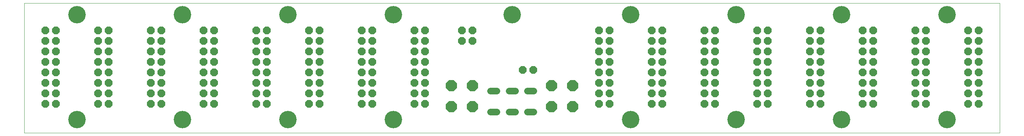
<source format=gbs>
G75*
%MOIN*%
%OFA0B0*%
%FSLAX25Y25*%
%IPPOS*%
%LPD*%
%AMOC8*
5,1,8,0,0,1.08239X$1,22.5*
%
%ADD10C,0.00000*%
%ADD11C,0.06400*%
%ADD12OC8,0.07400*%
%ADD13OC8,0.10400*%
%ADD14C,0.16605*%
D10*
X0003500Y0050642D02*
X0003500Y0174343D01*
X0928421Y0174343D01*
X0928421Y0050642D01*
X0003500Y0050642D01*
D11*
X0445500Y0070642D02*
X0451500Y0070642D01*
X0463000Y0070642D02*
X0469000Y0070642D01*
X0480500Y0070642D02*
X0486500Y0070642D01*
X0486500Y0090642D02*
X0480500Y0090642D01*
X0469000Y0090642D02*
X0463000Y0090642D01*
X0451500Y0090642D02*
X0445500Y0090642D01*
D12*
X0383500Y0088142D03*
X0373500Y0088142D03*
X0373500Y0078142D03*
X0383500Y0078142D03*
X0333500Y0078142D03*
X0323500Y0078142D03*
X0283500Y0078142D03*
X0273500Y0078142D03*
X0233500Y0078142D03*
X0223500Y0078142D03*
X0183500Y0078142D03*
X0173500Y0078142D03*
X0133500Y0078142D03*
X0123500Y0078142D03*
X0123500Y0088142D03*
X0133500Y0088142D03*
X0173500Y0088142D03*
X0183500Y0088142D03*
X0223500Y0088142D03*
X0233500Y0088142D03*
X0273500Y0088142D03*
X0283500Y0088142D03*
X0323500Y0088142D03*
X0333500Y0088142D03*
X0333500Y0098142D03*
X0323500Y0098142D03*
X0283500Y0098142D03*
X0273500Y0098142D03*
X0233500Y0098142D03*
X0223500Y0098142D03*
X0183500Y0098142D03*
X0173500Y0098142D03*
X0133500Y0098142D03*
X0123500Y0098142D03*
X0083500Y0098142D03*
X0073500Y0098142D03*
X0033500Y0098142D03*
X0023500Y0098142D03*
X0023500Y0088142D03*
X0033500Y0088142D03*
X0073500Y0088142D03*
X0083500Y0088142D03*
X0083500Y0078142D03*
X0073500Y0078142D03*
X0033500Y0078142D03*
X0023500Y0078142D03*
X0023500Y0108142D03*
X0033500Y0108142D03*
X0073500Y0108142D03*
X0083500Y0108142D03*
X0083500Y0118142D03*
X0073500Y0118142D03*
X0033500Y0118142D03*
X0023500Y0118142D03*
X0023500Y0128142D03*
X0033500Y0128142D03*
X0073500Y0128142D03*
X0083500Y0128142D03*
X0123500Y0128142D03*
X0133500Y0128142D03*
X0173500Y0128142D03*
X0183500Y0128142D03*
X0223500Y0128142D03*
X0233500Y0128142D03*
X0273500Y0128142D03*
X0283500Y0128142D03*
X0323500Y0128142D03*
X0333500Y0128142D03*
X0373500Y0128142D03*
X0383500Y0128142D03*
X0383500Y0118142D03*
X0373500Y0118142D03*
X0373500Y0108142D03*
X0383500Y0108142D03*
X0383500Y0098142D03*
X0373500Y0098142D03*
X0333500Y0108142D03*
X0323500Y0108142D03*
X0283500Y0108142D03*
X0273500Y0108142D03*
X0233500Y0108142D03*
X0223500Y0108142D03*
X0183500Y0108142D03*
X0173500Y0108142D03*
X0133500Y0108142D03*
X0123500Y0108142D03*
X0123500Y0118142D03*
X0133500Y0118142D03*
X0173500Y0118142D03*
X0183500Y0118142D03*
X0223500Y0118142D03*
X0233500Y0118142D03*
X0273500Y0118142D03*
X0283500Y0118142D03*
X0323500Y0118142D03*
X0333500Y0118142D03*
X0333500Y0138142D03*
X0323500Y0138142D03*
X0283500Y0138142D03*
X0273500Y0138142D03*
X0233500Y0138142D03*
X0223500Y0138142D03*
X0183500Y0138142D03*
X0173500Y0138142D03*
X0133500Y0138142D03*
X0123500Y0138142D03*
X0123500Y0148142D03*
X0133500Y0148142D03*
X0173500Y0148142D03*
X0183500Y0148142D03*
X0223500Y0148142D03*
X0233500Y0148142D03*
X0273500Y0148142D03*
X0283500Y0148142D03*
X0323500Y0148142D03*
X0333500Y0148142D03*
X0373500Y0148142D03*
X0383500Y0148142D03*
X0418500Y0148142D03*
X0428500Y0148142D03*
X0428500Y0138142D03*
X0418500Y0138142D03*
X0383500Y0138142D03*
X0373500Y0138142D03*
X0476000Y0110642D03*
X0486000Y0110642D03*
X0548500Y0108142D03*
X0558500Y0108142D03*
X0558500Y0118142D03*
X0548500Y0118142D03*
X0548500Y0128142D03*
X0558500Y0128142D03*
X0598500Y0128142D03*
X0608500Y0128142D03*
X0648500Y0128142D03*
X0658500Y0128142D03*
X0698500Y0128142D03*
X0708500Y0128142D03*
X0748500Y0128142D03*
X0758500Y0128142D03*
X0798500Y0128142D03*
X0808500Y0128142D03*
X0848500Y0128142D03*
X0858500Y0128142D03*
X0898500Y0128142D03*
X0908500Y0128142D03*
X0908500Y0118142D03*
X0898500Y0118142D03*
X0858500Y0118142D03*
X0848500Y0118142D03*
X0848500Y0108142D03*
X0858500Y0108142D03*
X0898500Y0108142D03*
X0908500Y0108142D03*
X0908500Y0098142D03*
X0898500Y0098142D03*
X0858500Y0098142D03*
X0848500Y0098142D03*
X0808500Y0098142D03*
X0798500Y0098142D03*
X0758500Y0098142D03*
X0748500Y0098142D03*
X0708500Y0098142D03*
X0698500Y0098142D03*
X0658500Y0098142D03*
X0648500Y0098142D03*
X0608500Y0098142D03*
X0598500Y0098142D03*
X0558500Y0098142D03*
X0548500Y0098142D03*
X0548500Y0088142D03*
X0558500Y0088142D03*
X0558500Y0078142D03*
X0548500Y0078142D03*
X0598500Y0078142D03*
X0608500Y0078142D03*
X0648500Y0078142D03*
X0658500Y0078142D03*
X0698500Y0078142D03*
X0708500Y0078142D03*
X0748500Y0078142D03*
X0758500Y0078142D03*
X0798500Y0078142D03*
X0808500Y0078142D03*
X0808500Y0088142D03*
X0798500Y0088142D03*
X0758500Y0088142D03*
X0748500Y0088142D03*
X0708500Y0088142D03*
X0698500Y0088142D03*
X0658500Y0088142D03*
X0648500Y0088142D03*
X0608500Y0088142D03*
X0598500Y0088142D03*
X0598500Y0108142D03*
X0608500Y0108142D03*
X0648500Y0108142D03*
X0658500Y0108142D03*
X0698500Y0108142D03*
X0708500Y0108142D03*
X0748500Y0108142D03*
X0758500Y0108142D03*
X0798500Y0108142D03*
X0808500Y0108142D03*
X0808500Y0118142D03*
X0798500Y0118142D03*
X0758500Y0118142D03*
X0748500Y0118142D03*
X0708500Y0118142D03*
X0698500Y0118142D03*
X0658500Y0118142D03*
X0648500Y0118142D03*
X0608500Y0118142D03*
X0598500Y0118142D03*
X0598500Y0138142D03*
X0608500Y0138142D03*
X0648500Y0138142D03*
X0658500Y0138142D03*
X0698500Y0138142D03*
X0708500Y0138142D03*
X0748500Y0138142D03*
X0758500Y0138142D03*
X0798500Y0138142D03*
X0808500Y0138142D03*
X0808500Y0148142D03*
X0798500Y0148142D03*
X0758500Y0148142D03*
X0748500Y0148142D03*
X0708500Y0148142D03*
X0698500Y0148142D03*
X0658500Y0148142D03*
X0648500Y0148142D03*
X0608500Y0148142D03*
X0598500Y0148142D03*
X0558500Y0148142D03*
X0548500Y0148142D03*
X0548500Y0138142D03*
X0558500Y0138142D03*
X0848500Y0138142D03*
X0858500Y0138142D03*
X0898500Y0138142D03*
X0908500Y0138142D03*
X0908500Y0148142D03*
X0898500Y0148142D03*
X0858500Y0148142D03*
X0848500Y0148142D03*
X0848500Y0088142D03*
X0858500Y0088142D03*
X0898500Y0088142D03*
X0908500Y0088142D03*
X0908500Y0078142D03*
X0898500Y0078142D03*
X0858500Y0078142D03*
X0848500Y0078142D03*
X0083500Y0138142D03*
X0073500Y0138142D03*
X0033500Y0138142D03*
X0023500Y0138142D03*
X0023500Y0148142D03*
X0033500Y0148142D03*
X0073500Y0148142D03*
X0083500Y0148142D03*
D13*
X0408500Y0095642D03*
X0428500Y0095642D03*
X0503500Y0095642D03*
X0523500Y0095642D03*
X0523500Y0075642D03*
X0503500Y0075642D03*
X0428500Y0075642D03*
X0408500Y0075642D03*
D14*
X0353500Y0063142D03*
X0253500Y0063142D03*
X0153500Y0063142D03*
X0053500Y0063142D03*
X0053500Y0163142D03*
X0153500Y0163142D03*
X0253500Y0163142D03*
X0353500Y0163142D03*
X0466000Y0163142D03*
X0578500Y0163142D03*
X0678500Y0163142D03*
X0778500Y0163142D03*
X0878500Y0163142D03*
X0878500Y0063142D03*
X0778500Y0063142D03*
X0678500Y0063142D03*
X0578500Y0063142D03*
M02*

</source>
